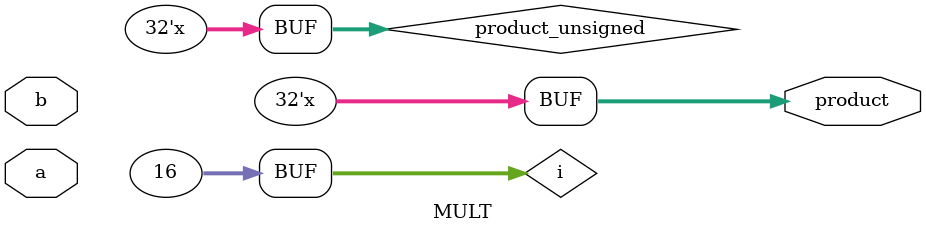
<source format=v>
module MULT #(parameter DATA_WIDTH = 16) (
    input wire signed [DATA_WIDTH-1:0] a,
    input wire signed [DATA_WIDTH-1:0] b,
    output wire signed [(DATA_WIDTH << 1)-1:0] product
);
    wire [DATA_WIDTH-1:0] a_unsigned, b_unsigned;
    wire [(DATA_WIDTH << 1)-1:0] product_unsigned;

    integer i;

    assign product = (a[DATA_WIDTH-1] ^ b[DATA_WIDTH-1]) ? (~product_unsigned + 1) : product_unsigned;

    always @(*) begin
        if (a[DATA_WIDTH-1]) begin
            a_unsigned = ~a + 1;
        end else begin
            a_unsigned = a;
        end
        if (b[DATA_WIDTH-1]) begin
            b_unsigned = ~b + 1;
        end else begin
            b_unsigned = b;
        end
        for (i = 0; i < DATA_WIDTH; i = i + 1) begin
            if (b_unsigned[i]) begin
                product_unsigned = product_unsigned + (a_unsigned << i);
            end
        end
    end
endmodule
</source>
